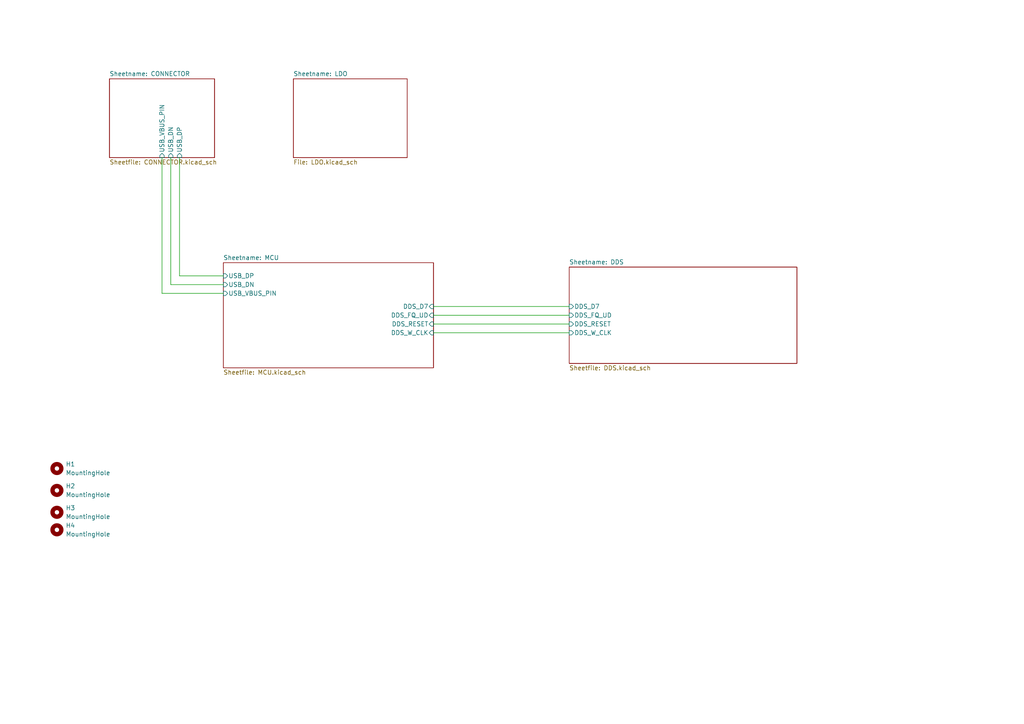
<source format=kicad_sch>
(kicad_sch (version 20250114) (generator "eeschema") (generator_version "9.0")
  (paper "A4")
  (lib_symbols
    (symbol "Mechanical:MountingHole" (pin_names (offset 1.016)) (in_bom no)
      (property "Reference" "H" (at 0 5.08 0))
      (property "Value" "MountingHole" (at 0 3.175 0))
      (symbol "MountingHole_0_1"
        (circle (center 0 0) (radius 1.27) (stroke (width 1.27)))
      )
    )
  )
  (wire (pts (xy 46.99 45.72) (xy 46.99 85.09)))
  (wire (pts (xy 46.99 85.09) (xy 64.77 85.09)))
  (wire (pts (xy 49.53 45.72) (xy 49.53 82.55)))
  (wire (pts (xy 52.07 45.72) (xy 52.07 80.01)))
  (wire (pts (xy 125.73 93.98) (xy 165.1 93.98)))
  (wire (pts (xy 125.73 96.52) (xy 165.1 96.52)))
  (wire (pts (xy 49.53 82.55) (xy 64.77 82.55)))
  (wire (pts (xy 125.73 88.9) (xy 165.1 88.9)))
  (wire (pts (xy 125.73 91.44) (xy 165.1 91.44)))
  (wire (pts (xy 52.07 80.01) (xy 64.77 80.01)))
  (symbol (lib_id "Mechanical:MountingHole") (at 16.51 148.59 0) (unit 1) (in_bom no)
    (property "Reference" "H3" (at 19.05 147.3199 0) (effects (justify left)))
    (property "Value" "MountingHole" (at 19.05 149.8599 0) (effects (justify left)))
    (property "Footprint" "MountingHole:MountingHole_2.5mm" (effects (hide yes)))
    (property "Description" "Mounting Hole without connection" (effects (hide yes)))
  )
  (symbol (lib_id "Mechanical:MountingHole") (at 16.51 153.67 0) (unit 1) (in_bom no)
    (property "Reference" "H4" (at 19.05 152.3999 0) (effects (justify left)))
    (property "Value" "MountingHole" (at 19.05 154.9399 0) (effects (justify left)))
    (property "Footprint" "MountingHole:MountingHole_2.5mm" (effects (hide yes)))
    (property "Description" "Mounting Hole without connection" (effects (hide yes)))
  )
  (symbol (lib_id "Mechanical:MountingHole") (at 16.51 142.24 0) (unit 1) (in_bom no)
    (property "Reference" "H2" (at 19.05 140.9699 0) (effects (justify left)))
    (property "Value" "MountingHole" (at 19.05 143.5099 0) (effects (justify left)))
    (property "Footprint" "MountingHole:MountingHole_2.5mm" (effects (hide yes)))
    (property "Description" "Mounting Hole without connection" (effects (hide yes)))
  )
  (symbol (lib_id "Mechanical:MountingHole") (at 16.51 135.89 0) (unit 1) (in_bom no)
    (property "Reference" "H1" (at 19.05 134.6199 0) (effects (justify left)))
    (property "Value" "MountingHole" (at 19.05 137.1599 0) (effects (justify left)))
    (property "Footprint" "MountingHole:MountingHole_2.5mm" (effects (hide yes)))
    (property "Description" "Mounting Hole without connection" (effects (hide yes)))
  )
  (sheet (at 85.09 22.86) (size 33.02 22.86) (stroke (width 0.1524))
    (property "Sheetname" "LDO" (at 85.09 22.1484 0) (show_name yes) (effects (justify left bottom)))
    (property "Sheetfile" "LDO.kicad_sch" (at 85.09 46.3046 0) (effects (justify left top)))
  )
  (sheet (at 64.77 76.2) (size 60.96 30.48) (stroke (width 0.1524))
    (property "Sheetname" "MCU" (at 64.77 75.4884 0) (show_name yes) (effects (justify left bottom)))
    (property "Sheetfile" "MCU.kicad_sch" (at 64.77 107.2646 0) (show_name yes) (effects (justify left top)))
    (pin "DDS_D7" input (at 125.73 88.9 0))
    (pin "DDS_FQ_UD" input (at 125.73 91.44 0))
    (pin "DDS_RESET" input (at 125.73 93.98 0))
    (pin "DDS_W_CLK" input (at 125.73 96.52 0))
    (pin "USB_VBUS_PIN" input (at 64.77 85.09 180))
    (pin "USB_DN" input (at 64.77 82.55 180))
    (pin "USB_DP" input (at 64.77 80.01 180))
  )
  (sheet (at 31.75 22.86) (size 30.48 22.86) (stroke (width 0.1524))
    (property "Sheetname" "CONNECTOR" (at 31.75 22.1484 0) (show_name yes) (effects (justify left bottom)))
    (property "Sheetfile" "CONNECTOR.kicad_sch" (at 31.75 46.3046 0) (show_name yes) (effects (justify left top)))
    (pin "USB_VBUS_PIN" input (at 46.99 45.72 270))
    (pin "USB_DN" input (at 49.53 45.72 270))
    (pin "USB_DP" input (at 52.07 45.72 270))
  )
  (sheet (at 165.1 77.47) (size 66.04 27.94) (stroke (width 0.1524))
    (property "Sheetname" "DDS" (at 165.1 76.7584 0) (show_name yes) (effects (justify left bottom)))
    (property "Sheetfile" "DDS.kicad_sch" (at 165.1 105.9946 0) (show_name yes) (effects (justify left top)))
    (pin "DDS_D7" input (at 165.1 88.9 180))
    (pin "DDS_FQ_UD" input (at 165.1 91.44 180))
    (pin "DDS_RESET" input (at 165.1 93.98 180))
    (pin "DDS_W_CLK" input (at 165.1 96.52 180))
  )
)
</source>
